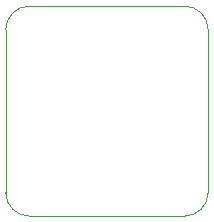
<source format=gbr>
%TF.GenerationSoftware,KiCad,Pcbnew,7.0.1*%
%TF.CreationDate,2024-02-07T17:27:31+02:00*%
%TF.ProjectId,mic_board,6d69635f-626f-4617-9264-2e6b69636164,rev?*%
%TF.SameCoordinates,Original*%
%TF.FileFunction,Profile,NP*%
%FSLAX46Y46*%
G04 Gerber Fmt 4.6, Leading zero omitted, Abs format (unit mm)*
G04 Created by KiCad (PCBNEW 7.0.1) date 2024-02-07 17:27:31*
%MOMM*%
%LPD*%
G01*
G04 APERTURE LIST*
%TA.AperFunction,Profile*%
%ADD10C,0.100000*%
%TD*%
G04 APERTURE END LIST*
D10*
X114395000Y-62865000D02*
G75*
G03*
X112395000Y-64865000I0J-2000000D01*
G01*
X112395000Y-78645000D02*
G75*
G03*
X114395000Y-80645000I2000000J0D01*
G01*
X112395000Y-78645000D02*
X112395000Y-64865000D01*
X129540000Y-64865000D02*
G75*
G03*
X127540000Y-62865000I-2000000J0D01*
G01*
X114395000Y-62865000D02*
X127540000Y-62865000D01*
X127540000Y-80645000D02*
G75*
G03*
X129540000Y-78645000I0J2000000D01*
G01*
X127540000Y-80645000D02*
X114395000Y-80645000D01*
X129540000Y-64865000D02*
X129540000Y-78645000D01*
M02*

</source>
